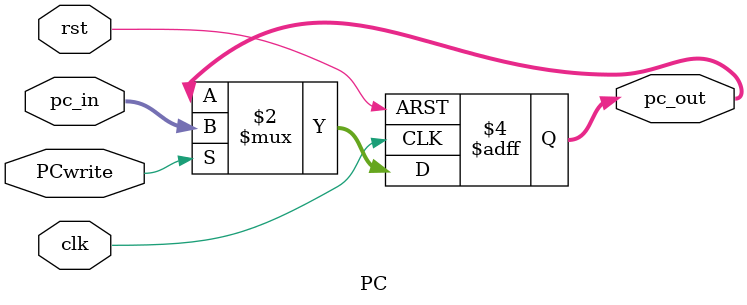
<source format=sv>
module PC(clk,rst,pc_in,PCwrite,pc_out);
    input clk,rst,PCwrite;
    input [31:0] pc_in;
    output logic[31:0] pc_out;

    always @(posedge clk or posedge rst) begin
        if(rst) begin
            pc_out<=0;
        end
        else begin
            if(PCwrite) pc_out<=pc_in;
        end
    end
endmodule
</source>
